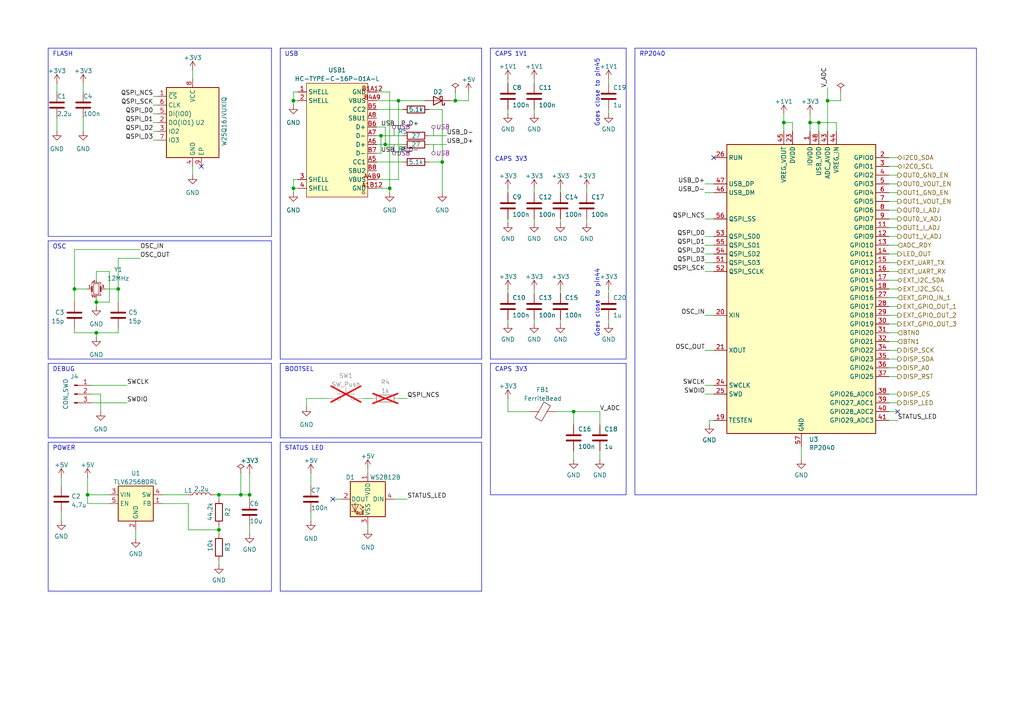
<source format=kicad_sch>
(kicad_sch (version 20231120) (generator "eeschema") (generator_version "8.0")
  (paper "A4")
  (junction (at 234.95 35.56))
  (junction (at 27.94 87.63))
  (junction (at 63.5 143.51))
  (junction (at 237.49 35.56))
  (junction (at 113.03 54.61))
  (junction (at 27.94 96.52))
  (junction (at 110.49 39.37))
  (junction (at 227.33 35.56))
  (junction (at 69.85 143.51))
  (junction (at 21.59 83.82))
  (junction (at 115.57 29.21))
  (junction (at 128.27 46.99))
  (junction (at 34.29 83.82))
  (junction (at 63.5 153.67))
  (junction (at 240.03 29.21))
  (junction (at 132.08 29.21))
  (junction (at 111.76 41.91))
  (junction (at 166.37 119.38))
  (junction (at 72.39 143.51))
  (junction (at 25.4 143.51))
  (junction (at 85.09 29.21))
  (junction (at 85.09 54.61))
  (no_connect (at 260.35 119.38))
  (no_connect (at 207.01 45.72))
  (no_connect (at 96.52 144.78))
  (no_connect (at 58.42 48.26))
  (wire (pts (xy 46.99 143.51) (xy 54.61 143.51)))
  (wire (pts (xy 147.32 54.61) (xy 147.32 55.88)))
  (wire (pts (xy 69.85 143.51) (xy 72.39 143.51)))
  (polyline (pts (xy 184.15 13.97) (xy 184.15 143.51)))
  (wire (pts (xy 72.39 137.16) (xy 72.39 143.51)))
  (wire (pts (xy 69.85 137.16) (xy 69.85 143.51)))
  (wire (pts (xy 204.47 76.2) (xy 207.01 76.2)))
  (wire (pts (xy 257.81 50.8) (xy 260.35 50.8)))
  (wire (pts (xy 257.81 55.88) (xy 260.35 55.88)))
  (wire (pts (xy 111.76 36.83) (xy 111.76 41.91)))
  (wire (pts (xy 44.45 27.94) (xy 45.72 27.94)))
  (polyline (pts (xy 81.28 13.97) (xy 81.28 104.14)))
  (wire (pts (xy 162.56 54.61) (xy 162.56 55.88)))
  (wire (pts (xy 29.21 119.38) (xy 29.21 114.3)))
  (wire (pts (xy 257.81 86.36) (xy 260.35 86.36)))
  (wire (pts (xy 85.09 30.48) (xy 85.09 29.21)))
  (polyline (pts (xy 181.61 105.41) (xy 181.61 143.51)))
  (wire (pts (xy 257.81 96.52) (xy 260.35 96.52)))
  (wire (pts (xy 257.81 60.96) (xy 260.35 60.96)))
  (polyline (pts (xy 139.7 13.97) (xy 139.7 104.14)))
  (wire (pts (xy 204.47 73.66) (xy 207.01 73.66)))
  (wire (pts (xy 63.5 144.78) (xy 63.5 143.51)))
  (wire (pts (xy 17.78 138.43) (xy 17.78 140.97)))
  (polyline (pts (xy 184.15 13.97) (xy 283.21 13.97)))
  (wire (pts (xy 257.81 83.82) (xy 260.35 83.82)))
  (wire (pts (xy 34.29 74.93) (xy 34.29 83.82)))
  (wire (pts (xy 26.67 111.76) (xy 36.83 111.76)))
  (wire (pts (xy 205.74 123.19) (xy 205.74 121.92)))
  (wire (pts (xy 27.94 78.74) (xy 31.75 78.74)))
  (wire (pts (xy 54.61 146.05) (xy 54.61 153.67)))
  (wire (pts (xy 257.81 106.68) (xy 260.35 106.68)))
  (wire (pts (xy 124.46 46.99) (xy 128.27 46.99)))
  (wire (pts (xy 99.06 144.78) (xy 96.52 144.78)))
  (wire (pts (xy 257.81 114.3) (xy 260.35 114.3)))
  (wire (pts (xy 243.84 29.21) (xy 240.03 29.21)))
  (polyline (pts (xy 139.7 171.45) (xy 81.28 171.45)))
  (wire (pts (xy 227.33 35.56) (xy 227.33 38.1)))
  (polyline (pts (xy 78.74 128.27) (xy 78.74 171.45)))
  (wire (pts (xy 257.81 45.72) (xy 260.35 45.72)))
  (wire (pts (xy 257.81 78.74) (xy 260.35 78.74)))
  (wire (pts (xy 85.09 52.07) (xy 85.09 54.61)))
  (wire (pts (xy 204.47 78.74) (xy 207.01 78.74)))
  (wire (pts (xy 173.99 123.19) (xy 173.99 119.38)))
  (wire (pts (xy 72.39 144.78) (xy 72.39 143.51)))
  (wire (pts (xy 176.53 31.75) (xy 176.53 33.02)))
  (wire (pts (xy 45.72 33.02) (xy 44.45 33.02)))
  (wire (pts (xy 257.81 101.6) (xy 260.35 101.6)))
  (wire (pts (xy 85.09 54.61) (xy 86.36 54.61)))
  (wire (pts (xy 109.22 26.67) (xy 113.03 26.67)))
  (wire (pts (xy 109.22 54.61) (xy 113.03 54.61)))
  (wire (pts (xy 234.95 35.56) (xy 234.95 38.1)))
  (wire (pts (xy 154.94 54.61) (xy 154.94 55.88)))
  (wire (pts (xy 115.57 115.57) (xy 118.11 115.57)))
  (wire (pts (xy 204.47 71.12) (xy 207.01 71.12)))
  (wire (pts (xy 25.4 143.51) (xy 25.4 146.05)))
  (polyline (pts (xy 78.74 13.97) (xy 78.74 68.58)))
  (polyline (pts (xy 181.61 13.97) (xy 181.61 104.14)))
  (polyline (pts (xy 78.74 171.45) (xy 13.97 171.45)))
  (wire (pts (xy 115.57 29.21) (xy 123.19 29.21)))
  (wire (pts (xy 45.72 38.1) (xy 44.45 38.1)))
  (wire (pts (xy 109.22 36.83) (xy 111.76 36.83)))
  (wire (pts (xy 25.4 143.51) (xy 25.4 138.43)))
  (wire (pts (xy 111.76 41.91) (xy 116.84 41.91)))
  (wire (pts (xy 147.32 92.71) (xy 147.32 93.98)))
  (wire (pts (xy 63.5 143.51) (xy 62.23 143.51)))
  (wire (pts (xy 27.94 97.79) (xy 27.94 96.52)))
  (wire (pts (xy 257.81 73.66) (xy 260.35 73.66)))
  (polyline (pts (xy 78.74 127) (xy 13.97 127)))
  (wire (pts (xy 113.03 54.61) (xy 113.03 55.88)))
  (wire (pts (xy 16.51 24.13) (xy 16.51 26.67)))
  (wire (pts (xy 25.4 83.82) (xy 21.59 83.82)))
  (wire (pts (xy 46.99 146.05) (xy 54.61 146.05)))
  (wire (pts (xy 106.68 152.4) (xy 106.68 153.67)))
  (wire (pts (xy 154.94 63.5) (xy 154.94 64.77)))
  (polyline (pts (xy 13.97 128.27) (xy 13.97 171.45)))
  (wire (pts (xy 257.81 58.42) (xy 260.35 58.42)))
  (wire (pts (xy 24.13 34.29) (xy 24.13 38.1)))
  (wire (pts (xy 21.59 72.39) (xy 21.59 83.82)))
  (wire (pts (xy 170.18 54.61) (xy 170.18 55.88)))
  (wire (pts (xy 234.95 33.02) (xy 234.95 35.56)))
  (wire (pts (xy 162.56 92.71) (xy 162.56 93.98)))
  (polyline (pts (xy 13.97 105.41) (xy 78.74 105.41)))
  (wire (pts (xy 90.17 137.16) (xy 90.17 140.97)))
  (wire (pts (xy 27.94 81.28) (xy 27.94 78.74)))
  (wire (pts (xy 176.53 92.71) (xy 176.53 93.98)))
  (wire (pts (xy 54.61 153.67) (xy 63.5 153.67)))
  (polyline (pts (xy 81.28 13.97) (xy 139.7 13.97)))
  (polyline (pts (xy 181.61 143.51) (xy 142.24 143.51)))
  (wire (pts (xy 39.37 153.67) (xy 39.37 156.21)))
  (wire (pts (xy 204.47 111.76) (xy 207.01 111.76)))
  (polyline (pts (xy 81.28 105.41) (xy 81.28 127)))
  (wire (pts (xy 257.81 109.22) (xy 260.35 109.22)))
  (wire (pts (xy 27.94 86.36) (xy 27.94 87.63)))
  (wire (pts (xy 237.49 35.56) (xy 242.57 35.56)))
  (wire (pts (xy 25.4 143.51) (xy 31.75 143.51)))
  (wire (pts (xy 124.46 41.91) (xy 129.54 41.91)))
  (wire (pts (xy 147.32 83.82) (xy 147.32 85.09)))
  (wire (pts (xy 17.78 148.59) (xy 17.78 151.13)))
  (wire (pts (xy 147.32 115.57) (xy 147.32 119.38)))
  (wire (pts (xy 154.94 31.75) (xy 154.94 33.02)))
  (polyline (pts (xy 139.7 128.27) (xy 139.7 171.45)))
  (wire (pts (xy 109.22 41.91) (xy 111.76 41.91)))
  (wire (pts (xy 27.94 96.52) (xy 34.29 96.52)))
  (wire (pts (xy 21.59 83.82) (xy 21.59 87.63)))
  (wire (pts (xy 257.81 93.98) (xy 260.35 93.98)))
  (wire (pts (xy 85.09 55.88) (xy 85.09 54.61)))
  (wire (pts (xy 109.22 29.21) (xy 115.57 29.21)))
  (wire (pts (xy 147.32 63.5) (xy 147.32 64.77)))
  (polyline (pts (xy 78.74 105.41) (xy 78.74 127)))
  (wire (pts (xy 55.88 20.32) (xy 55.88 22.86)))
  (wire (pts (xy 115.57 52.07) (xy 109.22 52.07)))
  (wire (pts (xy 128.27 31.75) (xy 124.46 31.75)))
  (wire (pts (xy 16.51 34.29) (xy 16.51 38.1)))
  (wire (pts (xy 31.75 78.74) (xy 31.75 87.63)))
  (polyline (pts (xy 81.28 128.27) (xy 81.28 171.45)))
  (polyline (pts (xy 13.97 13.97) (xy 78.74 13.97)))
  (wire (pts (xy 237.49 35.56) (xy 237.49 38.1)))
  (polyline (pts (xy 139.7 127) (xy 81.28 127)))
  (wire (pts (xy 132.08 26.67) (xy 132.08 29.21)))
  (wire (pts (xy 257.81 104.14) (xy 260.35 104.14)))
  (wire (pts (xy 86.36 26.67) (xy 85.09 26.67)))
  (wire (pts (xy 72.39 152.4) (xy 72.39 154.94)))
  (wire (pts (xy 109.22 39.37) (xy 110.49 39.37)))
  (wire (pts (xy 166.37 119.38) (xy 166.37 123.19)))
  (wire (pts (xy 243.84 26.67) (xy 243.84 29.21)))
  (wire (pts (xy 115.57 29.21) (xy 115.57 52.07)))
  (wire (pts (xy 173.99 130.81) (xy 173.99 133.35)))
  (wire (pts (xy 88.9 118.11) (xy 88.9 115.57)))
  (wire (pts (xy 240.03 25.4) (xy 240.03 29.21)))
  (polyline (pts (xy 142.24 105.41) (xy 142.24 143.51)))
  (polyline (pts (xy 142.24 105.41) (xy 181.61 105.41)))
  (wire (pts (xy 128.27 46.99) (xy 128.27 31.75)))
  (wire (pts (xy 29.21 114.3) (xy 26.67 114.3)))
  (wire (pts (xy 257.81 76.2) (xy 260.35 76.2)))
  (wire (pts (xy 34.29 87.63) (xy 34.29 83.82)))
  (wire (pts (xy 63.5 152.4) (xy 63.5 153.67)))
  (polyline (pts (xy 283.21 13.97) (xy 283.21 143.51)))
  (wire (pts (xy 55.88 48.26) (xy 55.88 50.8)))
  (wire (pts (xy 257.81 48.26) (xy 260.35 48.26)))
  (wire (pts (xy 257.81 88.9) (xy 260.35 88.9)))
  (wire (pts (xy 154.94 22.86) (xy 154.94 24.13)))
  (wire (pts (xy 44.45 30.48) (xy 45.72 30.48)))
  (wire (pts (xy 110.49 44.45) (xy 110.49 39.37)))
  (wire (pts (xy 34.29 96.52) (xy 34.29 95.25)))
  (wire (pts (xy 31.75 87.63) (xy 27.94 87.63)))
  (wire (pts (xy 128.27 55.88) (xy 128.27 46.99)))
  (wire (pts (xy 166.37 130.81) (xy 166.37 133.35)))
  (polyline (pts (xy 81.28 128.27) (xy 139.7 128.27)))
  (wire (pts (xy 204.47 114.3) (xy 207.01 114.3)))
  (wire (pts (xy 109.22 46.99) (xy 116.84 46.99)))
  (polyline (pts (xy 142.24 13.97) (xy 142.24 104.14)))
  (wire (pts (xy 34.29 83.82) (xy 30.48 83.82)))
  (wire (pts (xy 229.87 35.56) (xy 229.87 38.1)))
  (wire (pts (xy 27.94 88.9) (xy 27.94 87.63)))
  (polyline (pts (xy 142.24 13.97) (xy 181.61 13.97)))
  (wire (pts (xy 162.56 63.5) (xy 162.56 64.77)))
  (wire (pts (xy 257.81 119.38) (xy 260.35 119.38)))
  (wire (pts (xy 86.36 52.07) (xy 85.09 52.07)))
  (wire (pts (xy 45.72 35.56) (xy 44.45 35.56)))
  (wire (pts (xy 106.68 135.89) (xy 106.68 137.16)))
  (wire (pts (xy 25.4 146.05) (xy 31.75 146.05)))
  (wire (pts (xy 227.33 35.56) (xy 229.87 35.56)))
  (wire (pts (xy 132.08 29.21) (xy 130.81 29.21)))
  (wire (pts (xy 90.17 148.59) (xy 90.17 151.13)))
  (wire (pts (xy 162.56 83.82) (xy 162.56 85.09)))
  (polyline (pts (xy 13.97 69.85) (xy 13.97 104.14)))
  (polyline (pts (xy 181.61 104.14) (xy 142.24 104.14)))
  (wire (pts (xy 85.09 29.21) (xy 86.36 29.21)))
  (polyline (pts (xy 13.97 105.41) (xy 13.97 127)))
  (wire (pts (xy 154.94 92.71) (xy 154.94 93.98)))
  (wire (pts (xy 40.64 74.93) (xy 34.29 74.93)))
  (wire (pts (xy 154.94 83.82) (xy 154.94 85.09)))
  (wire (pts (xy 147.32 22.86) (xy 147.32 24.13)))
  (wire (pts (xy 257.81 81.28) (xy 260.35 81.28)))
  (polyline (pts (xy 13.97 69.85) (xy 78.74 69.85)))
  (wire (pts (xy 204.47 101.6) (xy 207.01 101.6)))
  (polyline (pts (xy 78.74 68.58) (xy 13.97 68.58)))
  (wire (pts (xy 63.5 153.67) (xy 63.5 154.94)))
  (wire (pts (xy 234.95 35.56) (xy 237.49 35.56)))
  (wire (pts (xy 257.81 121.92) (xy 260.35 121.92)))
  (wire (pts (xy 105.41 115.57) (xy 107.95 115.57)))
  (wire (pts (xy 24.13 24.13) (xy 24.13 26.67)))
  (polyline (pts (xy 283.21 143.51) (xy 184.15 143.51)))
  (wire (pts (xy 85.09 26.67) (xy 85.09 29.21)))
  (wire (pts (xy 204.47 63.5) (xy 207.01 63.5)))
  (wire (pts (xy 227.33 33.02) (xy 227.33 35.56)))
  (wire (pts (xy 257.81 116.84) (xy 260.35 116.84)))
  (wire (pts (xy 135.89 29.21) (xy 132.08 29.21)))
  (wire (pts (xy 63.5 143.51) (xy 69.85 143.51)))
  (wire (pts (xy 110.49 39.37) (xy 116.84 39.37)))
  (wire (pts (xy 27.94 96.52) (xy 21.59 96.52)))
  (wire (pts (xy 166.37 119.38) (xy 173.99 119.38)))
  (wire (pts (xy 176.53 22.86) (xy 176.53 24.13)))
  (wire (pts (xy 257.81 68.58) (xy 260.35 68.58)))
  (wire (pts (xy 176.53 83.82) (xy 176.53 85.09)))
  (wire (pts (xy 240.03 29.21) (xy 240.03 38.1)))
  (wire (pts (xy 204.47 53.34) (xy 207.01 53.34)))
  (wire (pts (xy 63.5 162.56) (xy 63.5 163.83)))
  (wire (pts (xy 147.32 31.75) (xy 147.32 33.02)))
  (wire (pts (xy 170.18 63.5) (xy 170.18 64.77)))
  (wire (pts (xy 26.67 116.84) (xy 36.83 116.84)))
  (wire (pts (xy 161.29 119.38) (xy 166.37 119.38)))
  (polyline (pts (xy 139.7 104.14) (xy 81.28 104.14)))
  (wire (pts (xy 205.74 121.92) (xy 207.01 121.92)))
  (wire (pts (xy 204.47 55.88) (xy 207.01 55.88)))
  (polyline (pts (xy 13.97 128.27) (xy 78.74 128.27)))
  (wire (pts (xy 88.9 115.57) (xy 95.25 115.57)))
  (wire (pts (xy 147.32 119.38) (xy 153.67 119.38)))
  (wire (pts (xy 135.89 26.67) (xy 135.89 29.21)))
  (polyline (pts (xy 139.7 105.41) (xy 139.7 127)))
  (polyline (pts (xy 78.74 69.85) (xy 78.74 104.14)))
  (wire (pts (xy 257.81 99.06) (xy 260.35 99.06)))
  (polyline (pts (xy 78.74 104.14) (xy 13.97 104.14)))
  (wire (pts (xy 232.41 129.54) (xy 232.41 133.35)))
  (wire (pts (xy 257.81 53.34) (xy 260.35 53.34)))
  (wire (pts (xy 40.64 72.39) (xy 21.59 72.39)))
  (wire (pts (xy 21.59 96.52) (xy 21.59 95.25)))
  (polyline (pts (xy 81.28 105.41) (xy 139.7 105.41)))
  (wire (pts (xy 114.3 144.78) (xy 118.11 144.78)))
  (wire (pts (xy 257.81 71.12) (xy 260.35 71.12)))
  (wire (pts (xy 257.81 91.44) (xy 260.35 91.44)))
  (wire (pts (xy 113.03 26.67) (xy 113.03 54.61)))
  (wire (pts (xy 257.81 63.5) (xy 260.35 63.5)))
  (wire (pts (xy 204.47 68.58) (xy 207.01 68.58)))
  (wire (pts (xy 257.81 66.04) (xy 260.35 66.04)))
  (wire (pts (xy 109.22 31.75) (xy 116.84 31.75)))
  (wire (pts (xy 124.46 39.37) (xy 129.54 39.37)))
  (polyline (pts (xy 13.97 13.97) (xy 13.97 68.58)))
  (wire (pts (xy 45.72 40.64) (xy 44.45 40.64)))
  (wire (pts (xy 242.57 35.56) (xy 242.57 38.1)))
  (wire (pts (xy 109.22 44.45) (xy 110.49 44.45)))
  (wire (pts (xy 204.47 91.44) (xy 207.01 91.44)))
  (text "FLASH" (at 15.24 16.51 0) (effects (font (size 1.27 1.27)) (justify left bottom)))
  (text "BOOTSEL" (at 82.55 107.95 0) (effects (font (size 1.27 1.27)) (justify left bottom)))
  (text "POWER" (at 15.24 130.81 0) (effects (font (size 1.27 1.27)) (justify left bottom)))
  (text "OSC" (at 15.24 72.39 0) (effects (font (size 1.27 1.27)) (justify left bottom)))
  (text "DEBUG" (at 15.24 107.95 0) (effects (font (size 1.27 1.27)) (justify left bottom)))
  (text "CAPS 3V3" (at 143.51 46.99 0) (effects (font (size 1.27 1.27)) (justify left bottom)))
  (text "CAPS 1V1" (at 143.51 16.51 0) (effects (font (size 1.27 1.27)) (justify left bottom)))
  (text "Goes close to pin45" (at 173.99 36.83 90) (effects (font (size 1.27 1.27)) (justify left bottom)))
  (text "RP2040" (at 185.42 16.51 0) (effects (font (size 1.27 1.27)) (justify left bottom)))
  (text "USB" (at 82.55 16.51 0) (effects (font (size 1.27 1.27)) (justify left bottom)))
  (text "STATUS LED" (at 82.55 130.81 0) (effects (font (size 1.27 1.27)) (justify left bottom)))
  (text "CAPS 3V3" (at 143.51 107.95 0) (effects (font (size 1.27 1.27)) (justify left bottom)))
  (text "Goes close to pin44" (at 173.99 97.79 90) (effects (font (size 1.27 1.27)) (justify left bottom)))
  (label "OSC_IN" (at 204.47 91.44 180))
  (label "QSPI_D1" (at 44.45 35.56 180))
  (label "USB_D+" (at 204.47 53.34 180))
  (label "V_ADC" (at 240.03 25.4 90))
  (label "QSPI_D1" (at 204.47 71.12 180))
  (label "STATUS_LED" (at 260.35 121.92 0))
  (label "SWDIO" (at 36.83 116.84 0))
  (label "USB_D-" (at 204.47 55.88 180))
  (label "OSC_IN" (at 40.64 72.39 0))
  (label "QSPI_D3" (at 204.47 76.2 180))
  (label "USB__P_D-" (at 110.49 44.45 0))
  (label "QSPI_D2" (at 204.47 73.66 180))
  (label "SWCLK" (at 36.83 111.76 0))
  (label "V_ADC" (at 173.99 119.38 0))
  (label "SWDIO" (at 204.47 114.3 180))
  (label "QSPI_NCS" (at 44.45 27.94 180))
  (label "QSPI_SCK" (at 204.47 78.74 180))
  (label "USB__P_D+" (at 110.49 36.83 0))
  (label "QSPI_D3" (at 44.45 40.64 180))
  (label "STATUS_LED" (at 118.11 144.78 0))
  (label "QSPI_SCK" (at 44.45 30.48 180))
  (label "OSC_OUT" (at 204.47 101.6 180))
  (label "QSPI_NCS" (at 204.47 63.5 180))
  (label "QSPI_D0" (at 204.47 68.58 180))
  (label "QSPI_D0" (at 44.45 33.02 180))
  (label "QSPI_D2" (at 44.45 38.1 180))
  (label "OSC_OUT" (at 40.64 74.93 0))
  (label "SWCLK" (at 204.47 111.76 180))
  (label "USB_D+" (at 129.54 41.91 0))
  (label "USB_D-" (at 129.54 39.37 0))
  (label "QSPI_NCS" (at 118.11 115.57 0))
  (hierarchical_label "EXT_I2C_SDA" (shape bidirectional) (at 260.35 81.28 0))
  (hierarchical_label "EXT_I2C_SCL" (shape bidirectional) (at 260.35 83.82 0))
  (hierarchical_label "OUT1_VOUT_EN" (shape output) (at 260.35 58.42 0))
  (hierarchical_label "OUT0_V_ADJ" (shape output) (at 260.35 63.5 0))
  (hierarchical_label "OUT1_GND_EN" (shape output) (at 260.35 55.88 0))
  (hierarchical_label "DISP_A0" (shape output) (at 260.35 106.68 0))
  (hierarchical_label "EXT_GPIO_IN_1" (shape input) (at 260.35 86.36 0))
  (hierarchical_label "DISP_SDA" (shape output) (at 260.35 104.14 0))
  (hierarchical_label "DISP_LED" (shape output) (at 260.35 116.84 0))
  (hierarchical_label "DISP_SCK" (shape output) (at 260.35 101.6 0))
  (hierarchical_label "EXT_GPIO_OUT_3" (shape output) (at 260.35 93.98 0))
  (hierarchical_label "I2C0_SDA" (shape bidirectional) (at 260.35 45.72 0))
  (hierarchical_label "ADC_RDY" (shape input) (at 260.35 71.12 0))
  (hierarchical_label "DISP_CS" (shape output) (at 260.35 114.3 0))
  (hierarchical_label "BTN1" (shape input) (at 260.35 99.06 0))
  (hierarchical_label "BTN0" (shape input) (at 260.35 96.52 0))
  (hierarchical_label "EXT_UART_TX" (shape output) (at 260.35 76.2 0))
  (hierarchical_label "LED_OUT" (shape output) (at 260.35 73.66 0))
  (hierarchical_label "OUT1_V_ADJ" (shape output) (at 260.35 68.58 0))
  (hierarchical_label "EXT_GPIO_OUT_1" (shape output) (at 260.35 88.9 0))
  (hierarchical_label "EXT_UART_RX" (shape input) (at 260.35 78.74 0))
  (hierarchical_label "OUT1_I_ADJ" (shape output) (at 260.35 66.04 0))
  (hierarchical_label "I2C0_SCL" (shape bidirectional) (at 260.35 48.26 0))
  (hierarchical_label "OUT0_GND_EN" (shape output) (at 260.35 50.8 0))
  (hierarchical_label "OUT0_I_ADJ" (shape output) (at 260.35 60.96 0))
  (hierarchical_label "DISP_RST" (shape output) (at 260.35 109.22 0))
  (hierarchical_label "OUT0_VOUT_EN" (shape output) (at 260.35 53.34 0))
  (hierarchical_label "EXT_GPIO_OUT_2" (shape output) (at 260.35 91.44 0))
  (netclass_flag "" (length 2.54) (shape round) (at 125.73 41.91 180) (property "Netclass" "USB" (at 126.4285 44.45 0) (effects (font (italic yes)) (justify left))))
  (netclass_flag "" (length 2.54) (shape round) (at 114.3 41.91 180) (property "Netclass" "USB" (at 114.9985 44.45 0) (effects (font (italic yes)) (justify left))))
  (netclass_flag "" (length 2.54) (shape round) (at 125.73 39.37 0) (property "Netclass" "USB" (at 126.4285 36.83 0) (effects (font (italic yes)) (justify left))))
  (netclass_flag "" (length 2.54) (shape round) (at 114.3 39.37 0) (property "Netclass" "USB" (at 114.9985 36.83 0) (effects (font (italic yes)) (justify left))))
  (symbol (lib_id "Device:C") (at 162.56 88.9 0) (unit 1)
    (property "Reference" "C15" (at 163.83 86.36 0) (effects (justify left)))
    (property "Value" "100n" (at 163.83 91.44 0) (effects (justify left)))
    (property "Footprint" "Capacitor_SMD:C_0402_1005Metric" (effects (hide yes)))
    (property "Description" "Unpolarized capacitor" (effects (hide yes)))
    (property "LCSC" "C1525" (effects (hide yes)))
  )
  (symbol (lib_id "power:GND") (at 16.51 38.1 0) (unit 1)
    (property "Reference" "#PWR05" (effects (hide yes)))
    (property "Value" "GND" (at 16.51 43.18 0))
    (property "Description" "Power symbol creates a global label with name \"GND\" , ground" (effects (hide yes)))
  )
  (symbol (lib_id "Device:R") (at 63.5 158.75 0) (unit 1)
    (property "Reference" "R3" (at 66.04 160.02 90) (effects (justify left)))
    (property "Value" "10k" (at 60.96 160.02 90) (effects (justify left)))
    (property "Footprint" "Resistor_SMD:R_0402_1005Metric" (effects (hide yes)))
    (property "Description" "Resistor" (effects (hide yes)))
    (property "LCSC" "C25744" (effects (hide yes)))
  )
  (symbol (lib_id "Device:C") (at 147.32 27.94 0) (unit 1)
    (property "Reference" "C8" (at 148.59 25.4 0) (effects (justify left)))
    (property "Value" "100n" (at 148.59 30.48 0) (effects (justify left)))
    (property "Footprint" "Capacitor_SMD:C_0402_1005Metric" (effects (hide yes)))
    (property "Description" "Unpolarized capacitor" (effects (hide yes)))
    (property "LCSC" "C1525" (effects (hide yes)))
  )
  (symbol (lib_id "Device:C") (at 72.39 148.59 0) (unit 1)
    (property "Reference" "C6" (at 72.39 146.05 0) (effects (justify left)))
    (property "Value" "10u" (at 72.39 151.13 0) (effects (justify left)))
    (property "Footprint" "Capacitor_SMD:C_0603_1608Metric" (effects (hide yes)))
    (property "Description" "Unpolarized capacitor" (effects (hide yes)))
    (property "LCSC" "C19702" (effects (hide yes)))
  )
  (symbol (lib_id "power:+1V1") (at 227.33 33.02 0) (unit 1)
    (property "Reference" "#PWR056" (effects (hide yes)))
    (property "Value" "+1V1" (at 227.33 29.4442 0))
    (property "Description" "Power symbol creates a global label with name \"+1V1\"" (effects (hide yes)))
  )
  (symbol (lib_id "power:+3V3") (at 16.51 24.13 0) (unit 1)
    (property "Reference" "#PWR04" (effects (hide yes)))
    (property "Value" "+3V3" (at 16.51 20.5542 0))
    (property "Description" "Power symbol creates a global label with name \"+3V3\"" (effects (hide yes)))
  )
  (symbol (lib_id "power:GND") (at 106.68 153.67 0) (unit 1)
    (property "Reference" "#PWR026" (effects (hide yes)))
    (property "Value" "GND" (at 106.68 158.75 0))
    (property "Description" "Power symbol creates a global label with name \"GND\" , ground" (effects (hide yes)))
  )
  (symbol (lib_id "power:+3V3") (at 170.18 54.61 0) (unit 1)
    (property "Reference" "#PWR048" (effects (hide yes)))
    (property "Value" "+3V3" (at 170.18 51.0342 0))
    (property "Description" "Power symbol creates a global label with name \"+3V3\"" (effects (hide yes)))
  )
  (symbol (lib_id "power:GND") (at 170.18 64.77 0) (unit 1)
    (property "Reference" "#PWR049" (effects (hide yes)))
    (property "Value" "GND" (at 170.18 69.2134 0))
    (property "Description" "Power symbol creates a global label with name \"GND\" , ground" (effects (hide yes)))
  )
  (symbol (lib_id "power:+3V3") (at 176.53 83.82 0) (unit 1)
    (property "Reference" "#PWR053" (effects (hide yes)))
    (property "Value" "+3V3" (at 176.53 80.2442 0))
    (property "Description" "Power symbol creates a global label with name \"+3V3\"" (effects (hide yes)))
  )
  (symbol (lib_id "Device:Crystal_GND24_Small") (at 27.94 83.82 0) (unit 1)
    (property "Reference" "Y1" (at 34.29 78.1998 0))
    (property "Value" "12MHz" (at 34.29 80.7398 0))
    (property "Footprint" "Crystal:Crystal_SMD_3225-4Pin_3.2x2.5mm" (effects (hide yes)))
    (property "Description" "Four pin crystal, GND on pins 2 and 4, small symbol" (effects (hide yes)))
    (property "LCSC" "C9002" (effects (hide yes)))
  )
  (symbol (lib_id "Device:C") (at 34.29 91.44 0) (unit 1)
    (property "Reference" "C5" (at 37.211 90.6053 0) (effects (justify left)))
    (property "Value" "15p" (at 37.211 93.1422 0) (effects (justify left)))
    (property "Footprint" "Capacitor_SMD:C_0402_1005Metric" (effects (hide yes)))
    (property "Description" "Unpolarized capacitor" (effects (hide yes)))
    (property "LCSC" "C1548" (effects (hide yes)))
  )
  (symbol (lib_id "Device:C") (at 166.37 127 0) (unit 1)
    (property "Reference" "C16" (at 167.64 124.46 0) (effects (justify left)))
    (property "Value" "100n" (at 167.64 129.54 0) (effects (justify left)))
    (property "Footprint" "Capacitor_SMD:C_0402_1005Metric" (effects (hide yes)))
    (property "Description" "Unpolarized capacitor" (effects (hide yes)))
    (property "LCSC" "C1525" (effects (hide yes)))
  )
  (symbol (lib_id "power:+5V") (at 25.4 138.43 0) (unit 1)
    (property "Reference" "#PWR010" (effects (hide yes)))
    (property "Value" "+5V" (at 25.4 134.8542 0))
    (property "Description" "Power symbol creates a global label with name \"+5V\"" (effects (hide yes)))
  )
  (symbol (lib_id "power:GND") (at 154.94 33.02 0) (unit 1)
    (property "Reference" "#PWR038" (effects (hide yes)))
    (property "Value" "GND" (at 154.94 37.4634 0))
    (property "Description" "Power symbol creates a global label with name \"GND\" , ground" (effects (hide yes)))
  )
  (symbol (lib_id "power:+3V3") (at 162.56 83.82 0) (unit 1)
    (property "Reference" "#PWR045" (effects (hide yes)))
    (property "Value" "+3V3" (at 162.56 80.2442 0))
    (property "Description" "Power symbol creates a global label with name \"+3V3\"" (effects (hide yes)))
  )
  (symbol (lib_id "power:GND") (at 85.09 55.88 0) (unit 1)
    (property "Reference" "#PWR024" (effects (hide yes)))
    (property "Value" "GND" (at 85.09 60.96 0))
    (property "Description" "Power symbol creates a global label with name \"GND\" , ground" (effects (hide yes)))
  )
  (symbol (lib_id "LED:WS2812B") (at 106.68 144.78 0) (mirror y) (unit 1)
    (property "Reference" "D1" (at 101.6 138.43 0))
    (property "Value" "WS2812B" (at 111.76 138.43 0))
    (property "Footprint" "LED_SMD:LED_WS2812B_PLCC4_5.0x5.0mm_P3.2mm" (effects (hide yes)))
    (property "Datasheet" "https://cdn-shop.adafruit.com/datasheets/WS2812B.pdf" (effects (hide yes)))
    (property "Description" "RGB LED with integrated controller" (effects (hide yes)))
    (property "LCSC" "C22461793" (effects (hide yes)))
  )
  (symbol (lib_id "Device:C") (at 17.78 144.78 0) (unit 1)
    (property "Reference" "C2" (at 20.701 143.9453 0) (effects (justify left)))
    (property "Value" "4.7u" (at 20.701 146.4822 0) (effects (justify left)))
    (property "Footprint" "Capacitor_SMD:C_0603_1608Metric" (effects (hide yes)))
    (property "Description" "Unpolarized capacitor" (effects (hide yes)))
    (property "LCSC" "C19666" (effects (hide yes)))
  )
  (symbol (lib_id "Device:R") (at 120.65 41.91 90) (unit 1)
    (property "Reference" "R6" (at 116.84 43.18 90))
    (property "Value" "27" (at 120.65 41.91 90))
    (property "Footprint" "Resistor_SMD:R_0402_1005Metric" (effects (hide yes)))
    (property "Description" "Resistor" (effects (hide yes)))
    (property "LCSC" "C138021" (effects (hide yes)))
  )
  (symbol (lib_id "power:+3V3") (at 147.32 83.82 0) (unit 1)
    (property "Reference" "#PWR034" (effects (hide yes)))
    (property "Value" "+3V3" (at 147.32 80.2442 0))
    (property "Description" "Power symbol creates a global label with name \"+3V3\"" (effects (hide yes)))
  )
  (symbol (lib_id "Device:FerriteBead") (at 157.48 119.38 90) (unit 1)
    (property "Reference" "FB1" (at 157.4292 113.0386 90))
    (property "Value" "FerriteBead" (at 157.4292 115.5755 90))
    (property "Footprint" "Inductor_SMD:L_0603_1608Metric" (effects (hide yes)))
    (property "Description" "Ferrite bead" (effects (hide yes)))
    (property "LCSC" "C1002" (effects (hide yes)))
  )
  (symbol (lib_id "power:GND") (at 72.39 154.94 0) (unit 1)
    (property "Reference" "#PWR019" (effects (hide yes)))
    (property "Value" "GND" (at 72.39 159.3834 0))
    (property "Description" "Power symbol creates a global label with name \"GND\" , ground" (effects (hide yes)))
  )
  (symbol (lib_id "Connector:Conn_01x03_Pin") (at 21.59 114.3 0) (unit 1)
    (property "Reference" "J4" (at 21.59 109.22 0))
    (property "Value" "CON_SWD" (at 19.05 114.3 90))
    (property "Footprint" "lib:CONN-SMD_3P-P1.00_HC-1.0-3PLT" (effects (hide yes)))
    (property "Description" "Generic connector, single row, 01x03, script generated" (effects (hide yes)))
    (property "LSCS" "C2845371" (effects (hide yes)))
    (property "LCSC" "C2845371" (effects (hide yes)))
  )
  (symbol (lib_id "power:GND") (at 147.32 33.02 0) (unit 1)
    (property "Reference" "#PWR031" (effects (hide yes)))
    (property "Value" "GND" (at 147.32 37.4634 0))
    (property "Description" "Power symbol creates a global label with name \"GND\" , ground" (effects (hide yes)))
  )
  (symbol (lib_id "power:+1V1") (at 154.94 22.86 0) (unit 1)
    (property "Reference" "#PWR037" (effects (hide yes)))
    (property "Value" "+1V1" (at 154.94 19.2842 0))
    (property "Description" "Power symbol creates a global label with name \"+1V1\"" (effects (hide yes)))
  )
  (symbol (lib_id "Device:C") (at 147.32 88.9 0) (unit 1)
    (property "Reference" "C10" (at 148.59 86.36 0) (effects (justify left)))
    (property "Value" "100n" (at 148.59 91.44 0) (effects (justify left)))
    (property "Footprint" "Capacitor_SMD:C_0402_1005Metric" (effects (hide yes)))
    (property "Description" "Unpolarized capacitor" (effects (hide yes)))
    (property "LCSC" "C1525" (effects (hide yes)))
  )
  (symbol (lib_id "Device:C") (at 90.17 144.78 0) (unit 1)
    (property "Reference" "C7" (at 90.17 142.24 0) (effects (justify left)))
    (property "Value" "100n" (at 90.17 147.32 0) (effects (justify left)))
    (property "Footprint" "Capacitor_SMD:C_0402_1005Metric" (effects (hide yes)))
    (property "Description" "Unpolarized capacitor" (effects (hide yes)))
    (property "LCSC" "C1525" (effects (hide yes)))
  )
  (symbol (lib_id "Device:C") (at 147.32 59.69 0) (unit 1)
    (property "Reference" "C9" (at 148.59 57.15 0) (effects (justify left)))
    (property "Value" "100n" (at 148.59 62.23 0) (effects (justify left)))
    (property "Footprint" "Capacitor_SMD:C_0402_1005Metric" (effects (hide yes)))
    (property "Description" "Unpolarized capacitor" (effects (hide yes)))
    (property "LCSC" "C1525" (effects (hide yes)))
  )
  (symbol (lib_id "power:GND") (at 176.53 93.98 0) (unit 1)
    (property "Reference" "#PWR054" (effects (hide yes)))
    (property "Value" "GND" (at 176.53 98.4234 0))
    (property "Description" "Power symbol creates a global label with name \"GND\" , ground" (effects (hide yes)))
  )
  (symbol (lib_id "power:+3V3") (at 162.56 54.61 0) (unit 1)
    (property "Reference" "#PWR043" (effects (hide yes)))
    (property "Value" "+3V3" (at 162.56 51.0342 0))
    (property "Description" "Power symbol creates a global label with name \"+3V3\"" (effects (hide yes)))
  )
  (symbol (lib_id "Device:C") (at 176.53 27.94 0) (unit 1)
    (property "Reference" "C19" (at 177.8 25.4 0) (effects (justify left)))
    (property "Value" "1u" (at 177.8 30.48 0) (effects (justify left)))
    (property "Footprint" "Capacitor_SMD:C_0402_1005Metric" (effects (hide yes)))
    (property "Description" "Unpolarized capacitor" (effects (hide yes)))
    (property "LCSC" "C52923" (effects (hide yes)))
  )
  (symbol (lib_id "power:GND") (at 176.53 33.02 0) (unit 1)
    (property "Reference" "#PWR052" (effects (hide yes)))
    (property "Value" "GND" (at 176.53 37.4634 0))
    (property "Description" "Power symbol creates a global label with name \"GND\" , ground" (effects (hide yes)))
  )
  (symbol (lib_id "power:+1V1") (at 176.53 22.86 0) (unit 1)
    (property "Reference" "#PWR051" (effects (hide yes)))
    (property "Value" "+1V1" (at 176.53 19.2842 0))
    (property "Description" "Power symbol creates a global label with name \"+1V1\"" (effects (hide yes)))
  )
  (symbol (lib_id "Device:C") (at 170.18 59.69 0) (unit 1)
    (property "Reference" "C17" (at 171.45 57.15 0) (effects (justify left)))
    (property "Value" "100n" (at 171.45 62.23 0) (effects (justify left)))
    (property "Footprint" "Capacitor_SMD:C_0402_1005Metric" (effects (hide yes)))
    (property "Description" "Unpolarized capacitor" (effects (hide yes)))
    (property "LCSC" "C1525" (effects (hide yes)))
  )
  (symbol (lib_id "Device:C") (at 154.94 59.69 0) (unit 1)
    (property "Reference" "C12" (at 156.21 57.15 0) (effects (justify left)))
    (property "Value" "100n" (at 156.21 62.23 0) (effects (justify left)))
    (property "Footprint" "Capacitor_SMD:C_0402_1005Metric" (effects (hide yes)))
    (property "Description" "Unpolarized capacitor" (effects (hide yes)))
    (property "LCSC" "C1525" (effects (hide yes)))
  )
  (symbol (lib_id "power:GND") (at 55.88 50.8 0) (unit 1)
    (property "Reference" "#PWR016" (effects (hide yes)))
    (property "Value" "GND" (at 55.88 55.88 0))
    (property "Description" "Power symbol creates a global label with name \"GND\" , ground" (effects (hide yes)))
  )
  (symbol (lib_id "Device:C") (at 162.56 59.69 0) (unit 1)
    (property "Reference" "C14" (at 163.83 57.15 0) (effects (justify left)))
    (property "Value" "100n" (at 163.83 62.23 0) (effects (justify left)))
    (property "Footprint" "Capacitor_SMD:C_0402_1005Metric" (effects (hide yes)))
    (property "Description" "Unpolarized capacitor" (effects (hide yes)))
    (property "LCSC" "C1525" (effects (hide yes)))
  )
  (symbol (lib_id "power:GND") (at 232.41 133.35 0) (unit 1)
    (property "Reference" "#PWR057" (effects (hide yes)))
    (property "Value" "GND" (at 232.41 137.7934 0))
    (property "Description" "Power symbol creates a global label with name \"GND\" , ground" (effects (hide yes)))
  )
  (symbol (lib_id "power:GND") (at 113.03 55.88 0) (unit 1)
    (property "Reference" "#PWR0213" (effects (hide yes)))
    (property "Value" "GND" (at 113.03 60.96 0))
    (property "Description" "Power symbol creates a global label with name \"GND\" , ground" (effects (hide yes)))
  )
  (symbol (lib_id "power:+3V3") (at 72.39 137.16 0) (unit 1)
    (property "Reference" "#PWR018" (effects (hide yes)))
    (property "Value" "+3V3" (at 72.39 133.5842 0))
    (property "Description" "Power symbol creates a global label with name \"+3V3\"" (effects (hide yes)))
  )
  (symbol (lib_id "Device:C") (at 154.94 88.9 0) (unit 1)
    (property "Reference" "C13" (at 156.21 86.36 0) (effects (justify left)))
    (property "Value" "100n" (at 156.21 91.44 0) (effects (justify left)))
    (property "Footprint" "Capacitor_SMD:C_0402_1005Metric" (effects (hide yes)))
    (property "Description" "Unpolarized capacitor" (effects (hide yes)))
    (property "LCSC" "C1525" (effects (hide yes)))
  )
  (symbol (lib_id "Device:R") (at 111.76 115.57 90) (unit 1) (exclude_from_sim yes) (in_bom no) (on_board no) (dnp yes)
    (property "Reference" "R4" (at 111.76 110.8542 90))
    (property "Value" "1k" (at 111.76 113.3911 90))
    (property "Footprint" "Resistor_SMD:R_0402_1005Metric" (effects (hide yes)))
    (property "Description" "Resistor" (effects (hide yes)))
  )
  (symbol (lib_id "Memory_Flash:W25Q32JVZP") (at 55.88 35.56 0) (unit 1)
    (property "Reference" "U2" (at 56.642 35.56 0) (effects (justify left)))
    (property "Value" "W25Q16JVUXIQ" (at 65.024 42.418 90) (effects (justify left)))
    (property "Footprint" "Package_DFN_QFN:DFN-8-1EP_3x2mm_P0.5mm_EP1.3x1.5mm" (effects (hide yes)))
    (property "Datasheet" "http://www.winbond.com/resource-files/w25q32jv%20revg%2003272018%20plus.pdf" (effects (hide yes)))
    (property "Description" "32Mb Serial Flash Memory, Standard/Dual/Quad SPI, DFN-8" (effects (hide yes)))
    (property "LCSC" "C2843335" (effects (hide yes)))
  )
  (symbol (lib_id "power:PWR_FLAG") (at 243.84 26.67 0) (unit 1)
    (property "Reference" "#FLG04" (effects (hide yes)))
    (property "Value" "PWR_FLAG" (effects (hide yes)))
    (property "Description" "Special symbol for telling ERC where power comes from" (effects (hide yes)))
  )
  (symbol (lib_id "Device:R") (at 120.65 31.75 90) (unit 1)
    (property "Reference" "R7" (effects (hide yes)))
    (property "Value" "5.1k" (at 120.65 31.75 90))
    (property "Footprint" "Resistor_SMD:R_0402_1005Metric" (effects (hide yes)))
    (property "Description" "Resistor" (effects (hide yes)))
    (property "LCSC" "C25905" (effects (hide yes)))
  )
  (symbol (lib_id "power:GND") (at 154.94 93.98 0) (unit 1)
    (property "Reference" "#PWR042" (effects (hide yes)))
    (property "Value" "GND" (at 154.94 98.4234 0))
    (property "Description" "Power symbol creates a global label with name \"GND\" , ground" (effects (hide yes)))
  )
  (symbol (lib_id "power:GND") (at 39.37 156.21 0) (unit 1)
    (property "Reference" "#PWR014" (effects (hide yes)))
    (property "Value" "GND" (at 39.37 160.6534 0))
    (property "Description" "Power symbol creates a global label with name \"GND\" , ground" (effects (hide yes)))
  )
  (symbol (lib_id "MCU_RaspberryPi:RP2040") (at 232.41 83.82 0) (unit 1)
    (property "Reference" "U3" (at 234.6041 127.4501 0) (effects (justify left)))
    (property "Value" "RP2040" (at 234.6041 129.8743 0) (effects (justify left)))
    (property "Footprint" "Package_DFN_QFN:QFN-56-1EP_7x7mm_P0.4mm_EP3.2x3.2mm" (effects (hide yes)))
    (property "Datasheet" "https://datasheets.raspberrypi.com/rp2040/rp2040-datasheet.pdf" (effects (hide yes)))
    (property "Description" "A microcontroller by Raspberry Pi" (effects (hide yes)))
    (property "LCSC" "C2040" (effects (hide yes)))
  )
  (symbol (lib_id "Device:R") (at 120.65 39.37 90) (unit 1)
    (property "Reference" "R5" (at 116.84 38.1 90))
    (property "Value" "27" (at 120.65 39.37 90))
    (property "Footprint" "Resistor_SMD:R_0402_1005Metric" (effects (hide yes)))
    (property "Description" "Resistor" (effects (hide yes)))
    (property "LCSC" "C138021" (effects (hide yes)))
  )
  (symbol (lib_id "power:+3V3") (at 234.95 33.02 0) (unit 1)
    (property "Reference" "#PWR058" (effects (hide yes)))
    (property "Value" "+3V3" (at 234.95 29.4442 0))
    (property "Description" "Power symbol creates a global label with name \"+3V3\"" (effects (hide yes)))
  )
  (symbol (lib_id "power:GND") (at 154.94 64.77 0) (unit 1)
    (property "Reference" "#PWR040" (effects (hide yes)))
    (property "Value" "GND" (at 154.94 69.2134 0))
    (property "Description" "Power symbol creates a global label with name \"GND\" , ground" (effects (hide yes)))
  )
  (symbol (lib_id "power:+5V") (at 17.78 138.43 0) (unit 1)
    (property "Reference" "#PWR06" (effects (hide yes)))
    (property "Value" "+5V" (at 17.78 134.8542 0))
    (property "Description" "Power symbol creates a global label with name \"+5V\"" (effects (hide yes)))
  )
  (symbol (lib_id "Device:R") (at 63.5 148.59 0) (unit 1)
    (property "Reference" "R2" (at 66.04 149.86 90) (effects (justify left)))
    (property "Value" "44.2k" (at 60.96 151.13 90) (effects (justify left)))
    (property "Footprint" "Resistor_SMD:R_0402_1005Metric" (effects (hide yes)))
    (property "Description" "Resistor" (effects (hide yes)))
    (property "LCSC" "C25895" (effects (hide yes)))
  )
  (symbol (lib_id "power:GND") (at 162.56 64.77 0) (unit 1)
    (property "Reference" "#PWR044" (effects (hide yes)))
    (property "Value" "GND" (at 162.56 69.2134 0))
    (property "Description" "Power symbol creates a global label with name \"GND\" , ground" (effects (hide yes)))
  )
  (symbol (lib_id "power:+3V3") (at 154.94 54.61 0) (unit 1)
    (property "Reference" "#PWR039" (effects (hide yes)))
    (property "Value" "+3V3" (at 154.94 51.0342 0))
    (property "Description" "Power symbol creates a global label with name \"+3V3\"" (effects (hide yes)))
  )
  (symbol (lib_id "Device:C") (at 16.51 30.48 0) (unit 1)
    (property "Reference" "C1" (at 16.51 27.94 0) (effects (justify left)))
    (property "Value" "2.2u" (at 16.51 33.02 0) (effects (justify left)))
    (property "Footprint" "Capacitor_SMD:C_0402_1005Metric" (effects (hide yes)))
    (property "Description" "Unpolarized capacitor" (effects (hide yes)))
    (property "LCSC" "C12530" (effects (hide yes)))
  )
  (symbol (lib_id "Regulator_Switching:TLV62568DRL") (at 39.37 146.05 0) (unit 1)
    (property "Reference" "U1" (at 39.37 137.2702 0))
    (property "Value" "TLV62568DRL" (at 39.37 139.8071 0))
    (property "Footprint" "Package_TO_SOT_SMD:SOT-563" (effects (hide yes)))
    (property "Datasheet" "http://www.ti.com/lit/ds/symlink/tlv62568.pdf" (effects (hide yes)))
    (property "Description" "High Efficiency Synchronous Buck Converter, Adjustable Output 0.6V-5.5V, 1A, SOT-563-6" (effects (hide yes)))
    (property "LCSC" "C398370" (effects (hide yes)))
  )
  (symbol (lib_id "power:GND") (at 205.74 123.19 0) (unit 1)
    (property "Reference" "#PWR055" (effects (hide yes)))
    (property "Value" "GND" (at 205.74 127.6334 0))
    (property "Description" "Power symbol creates a global label with name \"GND\" , ground" (effects (hide yes)))
  )
  (symbol (lib_id "lib:HC-TYPE-C-16P-01A-L") (at 96.52 39.37 180) (unit 1)
    (property "Reference" "USB1" (at 97.79 20.32 0))
    (property "Value" "HC-TYPE-C-16P-01A-L" (at 97.79 22.86 0))
    (property "Footprint" "lib:USB-C-SMD_G-SWITCH_GT-USB-7010EN" (effects (hide yes)))
    (property "LCSC Part" "C2997432" (effects (hide yes)))
    (property "LCSC" "C2997432" (effects (hide yes)))
  )
  (symbol (lib_id "power:GND") (at 27.94 97.79 0) (unit 1)
    (property "Reference" "#PWR012" (effects (hide yes)))
    (property "Value" "GND" (at 27.94 102.87 0))
    (property "Description" "Power symbol creates a global label with name \"GND\" , ground" (effects (hide yes)))
  )
  (symbol (lib_id "Device:C") (at 173.99 127 0) (unit 1)
    (property "Reference" "C18" (at 175.26 124.46 0) (effects (justify left)))
    (property "Value" "1u" (at 175.26 129.54 0) (effects (justify left)))
    (property "Footprint" "Capacitor_SMD:C_0402_1005Metric" (effects (hide yes)))
    (property "Description" "Unpolarized capacitor" (effects (hide yes)))
    (property "LCSC" "C52923" (effects (hide yes)))
  )
  (symbol (lib_id "power:GND") (at 162.56 93.98 0) (unit 1)
    (property "Reference" "#PWR046" (effects (hide yes)))
    (property "Value" "GND" (at 162.56 98.4234 0))
    (property "Description" "Power symbol creates a global label with name \"GND\" , ground" (effects (hide yes)))
  )
  (symbol (lib_id "power:+3V3") (at 147.32 54.61 0) (unit 1)
    (property "Reference" "#PWR032" (effects (hide yes)))
    (property "Value" "+3V3" (at 147.32 51.0342 0))
    (property "Description" "Power symbol creates a global label with name \"+3V3\"" (effects (hide yes)))
  )
  (symbol (lib_id "power:+5V") (at 106.68 135.89 0) (unit 1)
    (property "Reference" "#PWR025" (effects (hide yes)))
    (property "Value" "+5V" (at 106.68 132.3142 0))
    (property "Description" "Power symbol creates a global label with name \"+5V\"" (effects (hide yes)))
  )
  (symbol (lib_id "power:GND") (at 128.27 55.88 0) (unit 1)
    (property "Reference" "#PWR0214" (effects (hide yes)))
    (property "Value" "GND" (at 128.27 60.96 0))
    (property "Description" "Power symbol creates a global label with name \"GND\" , ground" (effects (hide yes)))
  )
  (symbol (lib_id "power:+3V3") (at 147.32 115.57 0) (unit 1)
    (property "Reference" "#PWR036" (effects (hide yes)))
    (property "Value" "+3V3" (at 147.32 111.9942 0))
    (property "Description" "Power symbol creates a global label with name \"+3V3\"" (effects (hide yes)))
  )
  (symbol (lib_id "Device:R") (at 120.65 46.99 90) (unit 1)
    (property "Reference" "R8" (effects (hide yes)))
    (property "Value" "5.1k" (at 120.65 46.99 90))
    (property "Footprint" "Resistor_SMD:R_0402_1005Metric" (effects (hide yes)))
    (property "Description" "Resistor" (effects (hide yes)))
    (property "LCSC" "C25905" (effects (hide yes)))
  )
  (symbol (lib_id "power:GND") (at 90.17 151.13 0) (unit 1)
    (property "Reference" "#PWR023" (effects (hide yes)))
    (property "Value" "GND" (at 90.17 156.21 0))
    (property "Description" "Power symbol creates a global label with name \"GND\" , ground" (effects (hide yes)))
  )
  (symbol (lib_id "power:GND") (at 63.5 163.83 0) (unit 1)
    (property "Reference" "#PWR017" (effects (hide yes)))
    (property "Value" "GND" (at 63.5 168.2734 0))
    (property "Description" "Power symbol creates a global label with name \"GND\" , ground" (effects (hide yes)))
  )
  (symbol (lib_id "power:+5V") (at 90.17 137.16 0) (unit 1)
    (property "Reference" "#PWR022" (effects (hide yes)))
    (property "Value" "+5V" (at 90.17 133.5842 0))
    (property "Description" "Power symbol creates a global label with name \"+5V\"" (effects (hide yes)))
  )
  (symbol (lib_id "power:GND") (at 17.78 151.13 0) (unit 1)
    (property "Reference" "#PWR07" (effects (hide yes)))
    (property "Value" "GND" (at 17.78 155.5734 0))
    (property "Description" "Power symbol creates a global label with name \"GND\" , ground" (effects (hide yes)))
  )
  (symbol (lib_id "power:+3V3") (at 154.94 83.82 0) (unit 1)
    (property "Reference" "#PWR041" (effects (hide yes)))
    (property "Value" "+3V3" (at 154.94 80.2442 0))
    (property "Description" "Power symbol creates a global label with name \"+3V3\"" (effects (hide yes)))
  )
  (symbol (lib_id "power:GND") (at 147.32 64.77 0) (unit 1)
    (property "Reference" "#PWR033" (effects (hide yes)))
    (property "Value" "GND" (at 147.32 69.2134 0))
    (property "Description" "Power symbol creates a global label with name \"GND\" , ground" (effects (hide yes)))
  )
  (symbol (lib_id "power:GND") (at 27.94 88.9 0) (unit 1)
    (property "Reference" "#PWR011" (effects (hide yes)))
    (property "Value" "GND" (at 27.94 93.98 0))
    (property "Description" "Power symbol creates a global label with name \"GND\" , ground" (effects (hide yes)))
  )
  (symbol (lib_id "Device:C") (at 21.59 91.44 0) (mirror y) (unit 1)
    (property "Reference" "C3" (at 18.669 90.6053 0) (effects (justify left)))
    (property "Value" "15p" (at 18.669 93.1422 0) (effects (justify left)))
    (property "Footprint" "Capacitor_SMD:C_0402_1005Metric" (effects (hide yes)))
    (property "Description" "Unpolarized capacitor" (effects (hide yes)))
    (property "LCSC" "C1548" (effects (hide yes)))
  )
  (symbol (lib_id "power:GND") (at 88.9 118.11 0) (unit 1)
    (property "Reference" "#PWR020" (effects (hide yes)))
    (property "Value" "GND" (at 88.9 123.19 0))
    (property "Description" "Power symbol creates a global label with name \"GND\" , ground" (effects (hide yes)))
  )
  (symbol (lib_id "power:PWR_FLAG") (at 69.85 137.16 0) (unit 1)
    (property "Reference" "#FLG01" (effects (hide yes)))
    (property "Value" "PWR_FLAG" (effects (hide yes)))
    (property "Description" "Special symbol for telling ERC where power comes from" (effects (hide yes)))
  )
  (symbol (lib_id "Device:C") (at 176.53 88.9 0) (unit 1)
    (property "Reference" "C20" (at 177.8 86.36 0) (effects (justify left)))
    (property "Value" "1u" (at 177.8 91.44 0) (effects (justify left)))
    (property "Footprint" "Capacitor_SMD:C_0402_1005Metric" (effects (hide yes)))
    (property "Description" "Unpolarized capacitor" (effects (hide yes)))
    (property "LCSC" "C52923" (effects (hide yes)))
  )
  (symbol (lib_id "Switch:SW_Push") (at 100.33 115.57 0) (unit 1) (in_bom no) (on_board no) (dnp yes)
    (property "Reference" "SW1" (at 100.33 108.9492 0))
    (property "Value" "SW_Push" (at 100.33 111.4861 0))
    (property "Footprint" "lib:SW-SMD_4P-L5.1-W5.1-P3.70-LS6.5-TL-2" (effects (hide yes)))
    (property "Description" "Push button switch, generic, two pins" (effects (hide yes)))
  )
  (symbol (lib_id "Device:C") (at 24.13 30.48 0) (unit 1)
    (property "Reference" "C4" (at 24.13 27.94 0) (effects (justify left)))
    (property "Value" "100n" (at 24.13 33.02 0) (effects (justify left)))
    (property "Footprint" "Capacitor_SMD:C_0402_1005Metric" (effects (hide yes)))
    (property "Description" "Unpolarized capacitor" (effects (hide yes)))
    (property "LCSC" "C1525" (effects (hide yes)))
  )
  (symbol (lib_id "Device:C") (at 154.94 27.94 0) (unit 1)
    (property "Reference" "C11" (at 156.21 25.4 0) (effects (justify left)))
    (property "Value" "100n" (at 156.21 30.48 0) (effects (justify left)))
    (property "Footprint" "Capacitor_SMD:C_0402_1005Metric" (effects (hide yes)))
    (property "Description" "Unpolarized capacitor" (effects (hide yes)))
    (property "LCSC" "C1525" (effects (hide yes)))
  )
  (symbol (lib_id "power:GND") (at 166.37 133.35 0) (unit 1)
    (property "Reference" "#PWR047" (effects (hide yes)))
    (property "Value" "GND" (at 166.37 137.7934 0))
    (property "Description" "Power symbol creates a global label with name \"GND\" , ground" (effects (hide yes)))
  )
  (symbol (lib_id "power:GND") (at 85.09 30.48 0) (unit 1)
    (property "Reference" "#PWR0215" (effects (hide yes)))
    (property "Value" "GND" (at 85.09 35.56 0))
    (property "Description" "Power symbol creates a global label with name \"GND\" , ground" (effects (hide yes)))
  )
  (symbol (lib_id "power:+3V3") (at 55.88 20.32 0) (unit 1)
    (property "Reference" "#PWR015" (effects (hide yes)))
    (property "Value" "+3V3" (at 55.88 16.7442 0))
    (property "Description" "Power symbol creates a global label with name \"+3V3\"" (effects (hide yes)))
  )
  (symbol (lib_id "Device:L") (at 58.42 143.51 90) (unit 1)
    (property "Reference" "L1" (at 54.61 142.24 90))
    (property "Value" "2.2u" (at 58.42 141.8391 90))
    (property "Footprint" "Inductor_SMD:L_0805_2012Metric" (effects (hide yes)))
    (property "Description" "Inductor" (effects (hide yes)))
    (property "digikey" "https://www.digikey.de/de/products/detail/taiyo-yuden/NRS4018T4R7MDGJ/2648971" (effects (hide yes)))
    (property "LCSC" "C63167" (effects (hide yes)))
  )
  (symbol (lib_id "power:+3V3") (at 24.13 24.13 0) (unit 1)
    (property "Reference" "#PWR08" (effects (hide yes)))
    (property "Value" "+3V3" (at 24.13 20.5542 0))
    (property "Description" "Power symbol creates a global label with name \"+3V3\"" (effects (hide yes)))
  )
  (symbol (lib_id "power:+1V1") (at 147.32 22.86 0) (unit 1)
    (property "Reference" "#PWR030" (effects (hide yes)))
    (property "Value" "+1V1" (at 147.32 19.2842 0))
    (property "Description" "Power symbol creates a global label with name \"+1V1\"" (effects (hide yes)))
  )
  (symbol (lib_id "power:GND") (at 24.13 38.1 0) (unit 1)
    (property "Reference" "#PWR09" (effects (hide yes)))
    (property "Value" "GND" (at 24.13 43.18 0))
    (property "Description" "Power symbol creates a global label with name \"GND\" , ground" (effects (hide yes)))
  )
  (symbol (lib_id "power:+5V") (at 135.89 26.67 0) (unit 1)
    (property "Reference" "#PWR028" (effects (hide yes)))
    (property "Value" "+5V" (at 135.89 23.0942 0))
    (property "Description" "Power symbol creates a global label with name \"+5V\"" (effects (hide yes)))
  )
  (symbol (lib_id "Device:D_Schottky") (at 127 29.21 180) (unit 1)
    (property "Reference" "D2" (at 127 26.67 0))
    (property "Value" "D_Schottky" (effects (hide yes)))
    (property "Footprint" "Diode_SMD:D_SOD-323" (effects (hide yes)))
    (property "Description" "Schottky diode" (effects (hide yes)))
    (property "LCSC" "C191023" (effects (hide yes)))
  )
  (symbol (lib_id "power:GND") (at 173.99 133.35 0) (unit 1)
    (property "Reference" "#PWR050" (effects (hide yes)))
    (property "Value" "GND" (at 173.99 137.7934 0))
    (property "Description" "Power symbol creates a global label with name \"GND\" , ground" (effects (hide yes)))
  )
  (symbol (lib_id "power:PWR_FLAG") (at 132.08 26.67 0) (unit 1)
    (property "Reference" "#FLG02" (effects (hide yes)))
    (property "Value" "PWR_FLAG" (effects (hide yes)))
    (property "Description" "Special symbol for telling ERC where power comes from" (effects (hide yes)))
  )
  (symbol (lib_id "power:GND") (at 29.21 119.38 0) (unit 1)
    (property "Reference" "#PWR013" (effects (hide yes)))
    (property "Value" "GND" (at 29.21 124.46 0))
    (property "Description" "Power symbol creates a global label with name \"GND\" , ground" (effects (hide yes)))
  )
  (symbol (lib_id "power:GND") (at 147.32 93.98 0) (unit 1)
    (property "Reference" "#PWR035" (effects (hide yes)))
    (property "Value" "GND" (at 147.32 98.4234 0))
    (property "Description" "Power symbol creates a global label with name \"GND\" , ground" (effects (hide yes)))
  )
)
</source>
